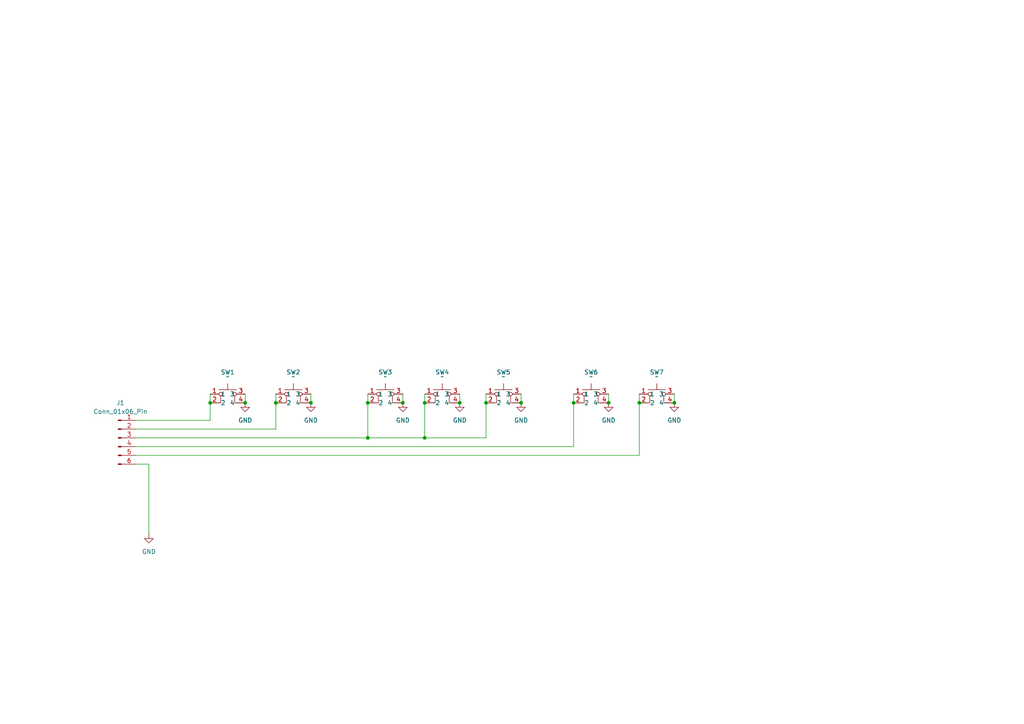
<source format=kicad_sch>
(kicad_sch (version 20231120) (generator "eeschema") (generator_version "8.0")
  (paper "A4")
  (lib_symbols
    (symbol "Connector:Conn_01x06_Pin" (pin_names (offset 1.016) hide)
      (property "Reference" "J" (at 0 7.62 0))
      (property "Value" "Conn_01x06_Pin" (at 0 -10.16 0))
      (symbol "Conn_01x06_Pin_1_1"
        (polyline (pts (xy 1.27 -7.62) (xy 0.8636 -7.62)) (stroke (width 0.1524)))
        (polyline (pts (xy 1.27 -5.08) (xy 0.8636 -5.08)) (stroke (width 0.1524)))
        (polyline (pts (xy 1.27 -2.54) (xy 0.8636 -2.54)) (stroke (width 0.1524)))
        (polyline (pts (xy 1.27 0) (xy 0.8636 0)) (stroke (width 0.1524)))
        (polyline (pts (xy 1.27 2.54) (xy 0.8636 2.54)) (stroke (width 0.1524)))
        (polyline (pts (xy 1.27 5.08) (xy 0.8636 5.08)) (stroke (width 0.1524)))
        (rectangle (start 0.8636 -7.493) (end 0 -7.747) (stroke (width 0.1524)) (fill (type outline)))
        (rectangle (start 0.8636 -4.953) (end 0 -5.207) (stroke (width 0.1524)) (fill (type outline)))
        (rectangle (start 0.8636 -2.413) (end 0 -2.667) (stroke (width 0.1524)) (fill (type outline)))
        (rectangle (start 0.8636 0.127) (end 0 -0.127) (stroke (width 0.1524)) (fill (type outline)))
        (rectangle (start 0.8636 2.667) (end 0 2.413) (stroke (width 0.1524)) (fill (type outline)))
        (rectangle (start 0.8636 5.207) (end 0 4.953) (stroke (width 0.1524)) (fill (type outline)))
        (pin passive line (at 5.08 5.08 180) (length 3.81) (name "Pin_1") (number "1"))
        (pin passive line (at 5.08 2.54 180) (length 3.81) (name "Pin_2") (number "2"))
        (pin passive line (at 5.08 0 180) (length 3.81) (name "Pin_3") (number "3"))
        (pin passive line (at 5.08 -2.54 180) (length 3.81) (name "Pin_4") (number "4"))
        (pin passive line (at 5.08 -5.08 180) (length 3.81) (name "Pin_5") (number "5"))
        (pin passive line (at 5.08 -7.62 180) (length 3.81) (name "Pin_6") (number "6"))
      )
    )
    (symbol "lighthouse1:SW_PTS5236"
      (property "Reference" "SW" (at 0 0 0))
      (symbol "SW_PTS5236_0_1"
        (circle (center -2.032 -5.08) (radius 0.508))
        (polyline (pts (xy -2.54 -7.62) (xy -2.032 -7.62)))
        (polyline (pts (xy -2.032 -5.588) (xy -2.032 -7.62)))
        (polyline (pts (xy 0 -3.81) (xy 0 -2.032)))
        (polyline (pts (xy 2.032 -5.588) (xy 2.032 -7.62)))
        (polyline (pts (xy 2.54 -7.62) (xy 2.032 -7.62)))
        (polyline (pts (xy 2.54 -3.81) (xy -2.54 -3.81)))
        (circle (center 2.032 -5.08) (radius 0.508))
        (pin passive line (at -5.08 -5.08 0) (length 2.54) (name "1") (number "1"))
      )
      (symbol "SW_PTS5236_1_1"
        (pin passive line (at -5.08 -7.62 0) (length 2.54) (name "2") (number "2"))
        (pin passive line (at 5.08 -5.08 180) (length 2.54) (name "3") (number "3"))
        (pin passive line (at 5.08 -7.62 180) (length 2.54) (name "4") (number "4"))
      )
    )
    (symbol "power:GND" (power) (pin_numbers hide) (pin_names (offset 0) hide)
      (property "Value" "GND" (at 0 -3.81 0))
      (symbol "GND_0_1"
        (polyline (pts (xy 0 0) (xy 0 -1.27) (xy 1.27 -1.27) (xy 0 -2.54) (xy -1.27 -1.27) (xy 0 -1.27)))
      )
      (symbol "GND_1_1"
        (pin power_in line (at 0 0 270) (length 0) (name "~") (number "1"))
      )
    )
  )
  (junction (at 106.68 127))
  (junction (at 123.19 116.84))
  (junction (at 60.96 116.84))
  (junction (at 71.12 116.84))
  (junction (at 166.37 116.84))
  (junction (at 90.17 116.84))
  (junction (at 123.19 127))
  (junction (at 133.35 116.84))
  (junction (at 185.42 116.84))
  (junction (at 151.13 116.84))
  (junction (at 116.84 116.84))
  (junction (at 176.53 116.84))
  (junction (at 106.68 116.84))
  (junction (at 195.58 116.84))
  (junction (at 140.97 116.84))
  (junction (at 80.01 116.84))
  (wire (pts (xy 39.37 124.46) (xy 80.01 124.46)))
  (wire (pts (xy 166.37 129.54) (xy 166.37 116.84)))
  (wire (pts (xy 140.97 127) (xy 140.97 116.84)))
  (wire (pts (xy 43.18 134.62) (xy 43.18 154.94)))
  (wire (pts (xy 39.37 129.54) (xy 166.37 129.54)))
  (wire (pts (xy 80.01 124.46) (xy 80.01 116.84)))
  (wire (pts (xy 39.37 121.92) (xy 60.96 121.92)))
  (wire (pts (xy 176.53 114.3) (xy 176.53 116.84)))
  (wire (pts (xy 39.37 127) (xy 106.68 127)))
  (wire (pts (xy 123.19 127) (xy 123.19 116.84)))
  (wire (pts (xy 185.42 114.3) (xy 185.42 116.84)))
  (wire (pts (xy 140.97 114.3) (xy 140.97 116.84)))
  (wire (pts (xy 106.68 114.3) (xy 106.68 116.84)))
  (wire (pts (xy 116.84 114.3) (xy 116.84 116.84)))
  (wire (pts (xy 39.37 134.62) (xy 43.18 134.62)))
  (wire (pts (xy 60.96 121.92) (xy 60.96 116.84)))
  (wire (pts (xy 133.35 114.3) (xy 133.35 116.84)))
  (wire (pts (xy 60.96 114.3) (xy 60.96 116.84)))
  (wire (pts (xy 106.68 127) (xy 106.68 116.84)))
  (wire (pts (xy 80.01 114.3) (xy 80.01 116.84)))
  (wire (pts (xy 39.37 132.08) (xy 185.42 132.08)))
  (wire (pts (xy 123.19 127) (xy 140.97 127)))
  (wire (pts (xy 166.37 114.3) (xy 166.37 116.84)))
  (wire (pts (xy 106.68 127) (xy 123.19 127)))
  (wire (pts (xy 90.17 114.3) (xy 90.17 116.84)))
  (wire (pts (xy 71.12 114.3) (xy 71.12 116.84)))
  (wire (pts (xy 195.58 114.3) (xy 195.58 116.84)))
  (wire (pts (xy 151.13 114.3) (xy 151.13 116.84)))
  (wire (pts (xy 185.42 132.08) (xy 185.42 116.84)))
  (wire (pts (xy 123.19 114.3) (xy 123.19 116.84)))
  (symbol (lib_id "power:GND") (at 133.35 116.84 0) (unit 1)
    (property "Reference" "#PWR04" (effects (hide yes)))
    (property "Value" "GND" (at 133.35 121.92 0))
    (property "Description" "Power symbol creates a global label with name \"GND\" , ground" (effects (hide yes)))
  )
  (symbol (lib_id "Connector:Conn_01x06_Pin") (at 34.29 127 0) (unit 1)
    (property "Reference" "J1" (at 34.925 116.84 0))
    (property "Value" "Conn_01x06_Pin" (at 34.925 119.38 0))
    (property "Footprint" "lighthouse:con_1x6_1.27mm_long_pads" (effects (hide yes)))
    (property "Description" "Generic connector, single row, 01x06, script generated" (effects (hide yes)))
  )
  (symbol (lib_id "lighthouse1:SW_PTS5236") (at 171.45 109.22 0) (unit 1)
    (property "Reference" "SW6" (at 171.45 107.95 0))
    (property "Value" "~" (at 171.45 109.22 0))
    (property "Footprint" "Lighthouse1:PTS526" (effects (hide yes)))
  )
  (symbol (lib_id "power:GND") (at 151.13 116.84 0) (unit 1)
    (property "Reference" "#PWR05" (effects (hide yes)))
    (property "Value" "GND" (at 151.13 121.92 0))
    (property "Description" "Power symbol creates a global label with name \"GND\" , ground" (effects (hide yes)))
  )
  (symbol (lib_id "power:GND") (at 90.17 116.84 0) (unit 1)
    (property "Reference" "#PWR02" (effects (hide yes)))
    (property "Value" "GND" (at 90.17 121.92 0))
    (property "Description" "Power symbol creates a global label with name \"GND\" , ground" (effects (hide yes)))
  )
  (symbol (lib_id "power:GND") (at 43.18 154.94 0) (unit 1)
    (property "Reference" "#PWR08" (effects (hide yes)))
    (property "Value" "GND" (at 43.18 160.02 0))
    (property "Description" "Power symbol creates a global label with name \"GND\" , ground" (effects (hide yes)))
  )
  (symbol (lib_id "lighthouse1:SW_PTS5236") (at 128.27 109.22 0) (unit 1)
    (property "Reference" "SW4" (at 128.27 107.95 0))
    (property "Value" "~" (at 128.27 109.22 0))
    (property "Footprint" "Lighthouse1:PTS526" (effects (hide yes)))
  )
  (symbol (lib_id "lighthouse1:SW_PTS5236") (at 190.5 109.22 0) (unit 1)
    (property "Reference" "SW7" (at 190.5 107.95 0))
    (property "Value" "~" (at 190.5 109.22 0))
    (property "Footprint" "Lighthouse1:PTS526" (effects (hide yes)))
  )
  (symbol (lib_id "lighthouse1:SW_PTS5236") (at 146.05 109.22 0) (unit 1)
    (property "Reference" "SW5" (at 146.05 107.95 0))
    (property "Value" "~" (at 146.05 109.22 0))
    (property "Footprint" "Lighthouse1:PTS526" (effects (hide yes)))
  )
  (symbol (lib_id "lighthouse1:SW_PTS5236") (at 66.04 109.22 0) (unit 1)
    (property "Reference" "SW1" (at 66.04 107.95 0))
    (property "Value" "~" (at 66.04 109.22 0))
    (property "Footprint" "Lighthouse1:PTS526" (effects (hide yes)))
  )
  (symbol (lib_id "power:GND") (at 71.12 116.84 0) (unit 1)
    (property "Reference" "#PWR01" (effects (hide yes)))
    (property "Value" "GND" (at 71.12 121.92 0))
    (property "Description" "Power symbol creates a global label with name \"GND\" , ground" (effects (hide yes)))
  )
  (symbol (lib_id "lighthouse1:SW_PTS5236") (at 85.09 109.22 0) (unit 1)
    (property "Reference" "SW2" (at 85.09 107.95 0))
    (property "Value" "~" (at 85.09 109.22 0))
    (property "Footprint" "Lighthouse1:PTS526" (effects (hide yes)))
  )
  (symbol (lib_id "power:GND") (at 195.58 116.84 0) (unit 1)
    (property "Reference" "#PWR07" (effects (hide yes)))
    (property "Value" "GND" (at 195.58 121.92 0))
    (property "Description" "Power symbol creates a global label with name \"GND\" , ground" (effects (hide yes)))
  )
  (symbol (lib_id "lighthouse1:SW_PTS5236") (at 111.76 109.22 0) (unit 1)
    (property "Reference" "SW3" (at 111.76 107.95 0))
    (property "Value" "~" (at 111.76 109.22 0))
    (property "Footprint" "Lighthouse1:PTS526" (effects (hide yes)))
  )
  (symbol (lib_id "power:GND") (at 116.84 116.84 0) (unit 1)
    (property "Reference" "#PWR03" (effects (hide yes)))
    (property "Value" "GND" (at 116.84 121.92 0))
    (property "Description" "Power symbol creates a global label with name \"GND\" , ground" (effects (hide yes)))
  )
  (symbol (lib_id "power:GND") (at 176.53 116.84 0) (unit 1)
    (property "Reference" "#PWR06" (effects (hide yes)))
    (property "Value" "GND" (at 176.53 121.92 0))
    (property "Description" "Power symbol creates a global label with name \"GND\" , ground" (effects (hide yes)))
  )
)
</source>
